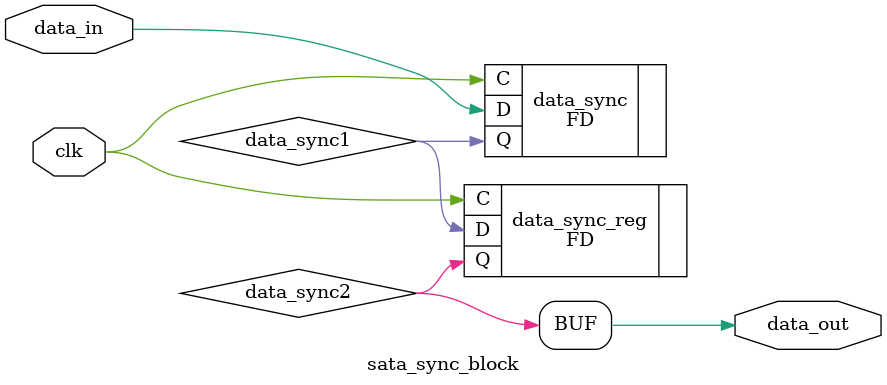
<source format=v>




`timescale 1ps / 1ps

module sata_sync_block #(
  parameter INITIALISE = 2'b00
)
(
  input        clk,              // clock to be sync'ed to
  input        data_in,          // Data to be 'synced'
  output       data_out          // synced data
);

  // Internal Signals
  wire data_sync1;
  wire data_sync2;


  (* shreg_extract = "no", ASYNC_REG = "TRUE" *)
  FD #(
    .INIT (INITIALISE[0])
  ) data_sync (
    .C  (clk),
    .D  (data_in),
    .Q  (data_sync1)
  );


  (* shreg_extract = "no", ASYNC_REG = "TRUE" *)
  FD #(
   .INIT (INITIALISE[1])
  ) data_sync_reg (
  .C  (clk),
  .D  (data_sync1),
  .Q  (data_sync2)
  );


  assign data_out = data_sync2;


endmodule



</source>
